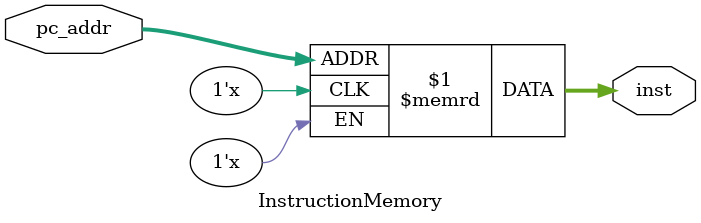
<source format=v>
`timescale 1ns / 1ps


module InstructionMemory(
    input wire[11:2] pc_addr,
    
    output wire[31:0] inst
    );

    reg [31:0] inst_mem[1023:0];
    assign inst = inst_mem[pc_addr];
endmodule

</source>
